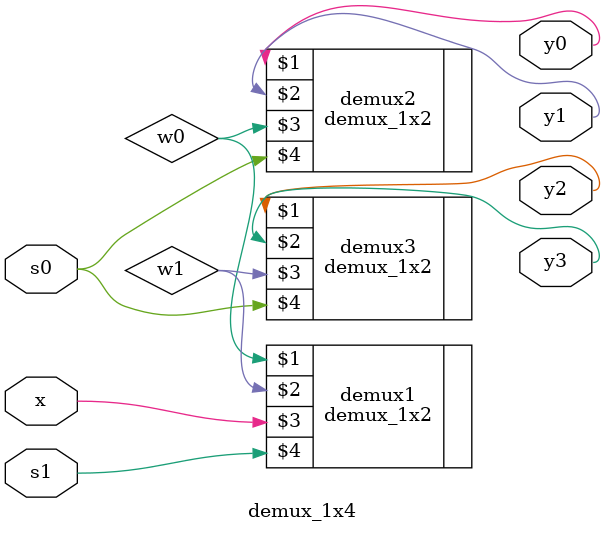
<source format=v>
module demux_1x4(y0,y1,y2,y3,x,s1,s0);

    input x,s0,s1;
    output y0,y1,y2,y3;
    wire w0,w1;

    demux_1x2 demux1(w0,w1,x,s1);
    demux_1x2 demux2(y0,y1,w0,s0);
    demux_1x2 demux3(y2,y3,w1,s0);

endmodule
</source>
